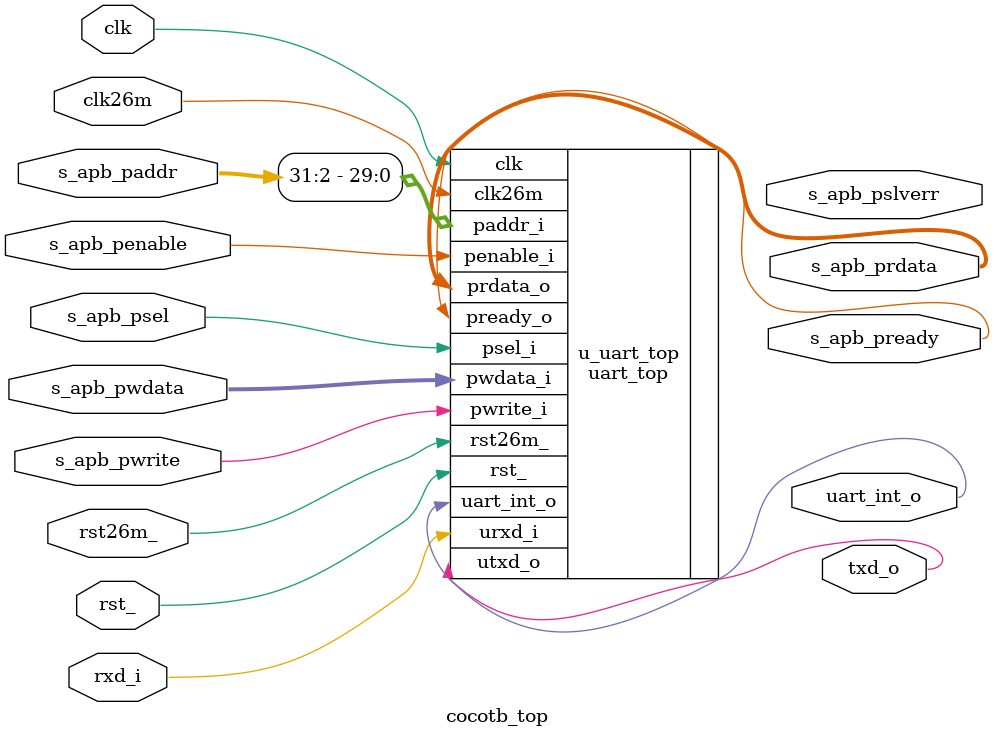
<source format=v>
module cocotb_top (


        input wire clk        ,
        input wire rst_       ,
        input wire clk26m     ,
        input wire rst26m_    ,

        input wire s_apb_psel,
        input wire s_apb_penable,
        input wire s_apb_pwrite,
        input wire [31:0] s_apb_paddr,
        input wire [31:0] s_apb_pwdata,
       
        output wire s_apb_pready,
        output wire [31:0] s_apb_prdata,
        output wire s_apb_pslverr,
        input  wire rxd_i     ,
        output wire txd_o      ,
        output wire uart_int_o
       
);

 
  uart_top u_uart_top (
           .clk        (clk           ),
           .clk26m     (clk26m        ),
           .rst_       (rst_          ),
           .rst26m_    (rst26m_       ),
           .paddr_i    (s_apb_paddr[31:2]),
           .pwdata_i   (s_apb_pwdata  ),
           .psel_i     (s_apb_psel    ),
           .penable_i  (s_apb_penable ),
           .pwrite_i   (s_apb_pwrite  ),
           .pready_o   (s_apb_pready  ) ,
           .urxd_i     (rxd_i         ),
           .utxd_o     (txd_o         ),
           .uart_int_o (uart_int_o    ),
           .prdata_o   (s_apb_prdata  )
  );
  




// initial begin
//     $fsdbDumpfile("tb.fsdb");
//     $fsdbDumpvars;
// end

  

endmodule

</source>
